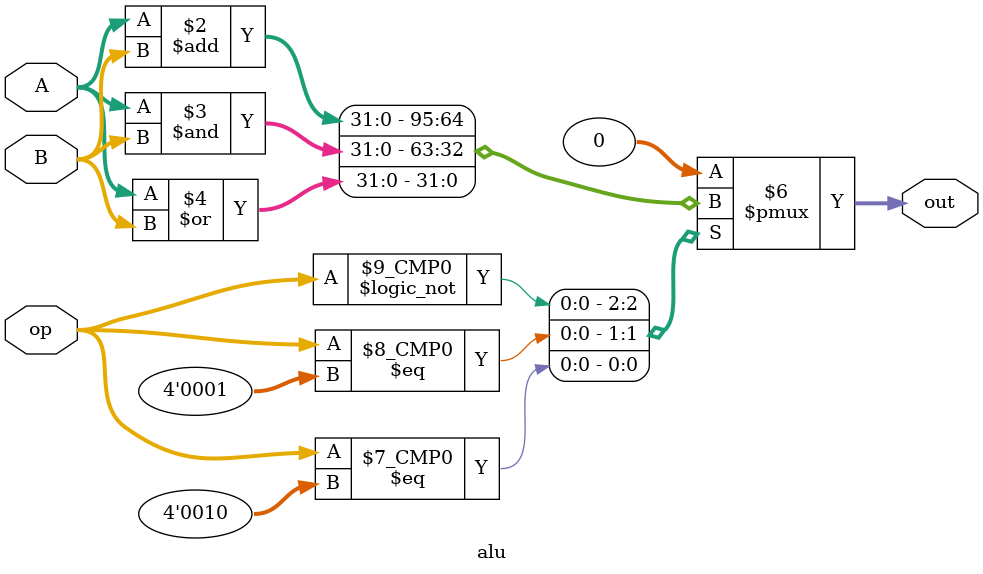
<source format=sv>

module alu (
  input logic [3:0] op,
  input logic [31:0] A,
  input logic [31:0] B,
  output logic [31:0] out
);

  always_comb begin
    casez(op)
      4'd0: out = A + B;
      4'd1: out = A & B;
      4'd2: out = A | B;
      default: out =  0;
    endcase
  end

endmodule

</source>
